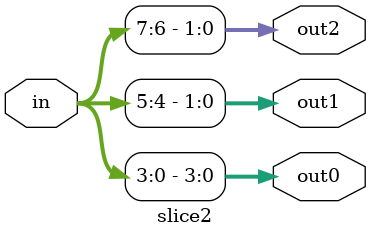
<source format=v>
module slice2(input [8-1:0] in, output [4-1:0] out0, output [2-1:0] out1, output [2-1:0] out2);
  assign out0 = in[4-1:0];
  assign out1 = in[6-1:4];
  assign out2 = in[8-1:6];
endmodule

</source>
